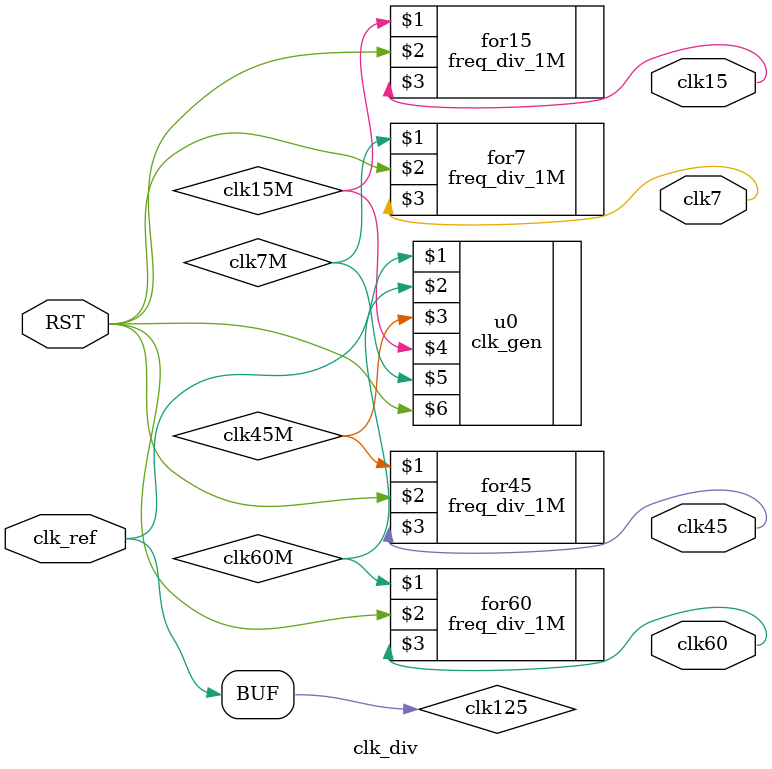
<source format=v>
`timescale 1ns / 1ps

module clk_div(clk_ref, RST, clk60, clk45, clk15, clk7);
	input clk_ref;
	input RST;
	output clk60;
	output clk45;
	output clk15;
	output clk7;
	
	wire clk125 = clk_ref;
	wire clk60M, clk45M, clk15M, clk7M;
	
	clk_gen u0 (clk125, clk60M, clk45M, clk15M, clk7M, RST);
	
	freq_div_1M for60 (clk60M, RST, clk60); //Convert 60MHz to 60Hz
	freq_div_1M for45 (clk45M, RST, clk45); //Convert 45MHz to 45Hz
	freq_div_1M for15 (clk15M, RST, clk15); //Convert 15MHz to 15Hz
	freq_div_1M for7 (clk7M, RST, clk7);    //Convert 7MHz to 7Hz

endmodule

</source>
